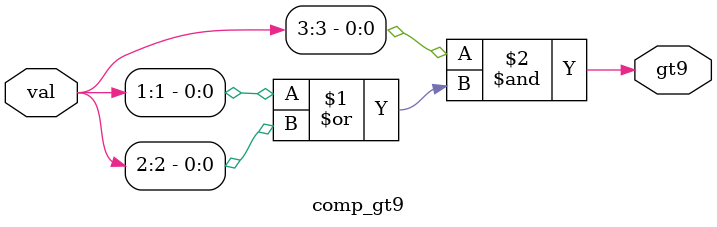
<source format=v>
/*
 * Checks if a 4-bit input is greater than 9.
 * Output is high (1) if input > 9, otherwise low (0).
 */
module comp_gt9 (
	input  [3:0] val,
	output       gt9 // 1 if val > 9, else 0
);
	
	assign gt9 = val[3] & (val[1] | val[2]);

endmodule
</source>
